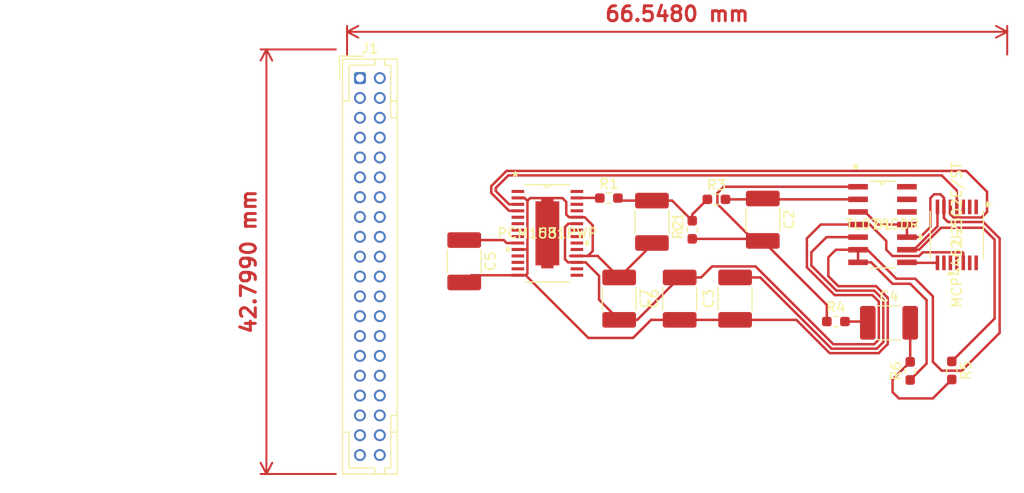
<source format=kicad_pcb>
(kicad_pcb (version 20211014) (generator pcbnew)
  (layers (0 "F.Cu" signal) (31 "B.Cu" signal) (34 "B.Paste" user) (35 "F.Paste" user) (36 "B.SilkS" user "B.Silkscreen") (37 "F.SilkS" user "F.Silkscreen") (38 "B.Mask" user) (39 "F.Mask" user) (44 "Edge.Cuts" user))
  (net 0 "")
  (net 1 "Net-(C2-Pad2)")
  (net 2 "Net-(C2-Pad1)")
  (net 3 "0")
  (net 4 "+1V5")
  (net 5 "Net-(C3-Pad2)")
  (net 6 "Net-(U1-Pad8)")
  (net 7 "Net-(R5-Pad1)")
  (net 11 "DAC")
  (net 12 "Net-(C1-Pad1)")
  (net 13 "Net-(C4-Pad1)")
  (net 14 "out")
  (net 16 "SCL")
  (net 17 "SDA")
  (net 18 "SCK")
  (net 22 "+3.3V")
  (footprint "Capacitor_SMD:C_1812_4532Metric_Pad1.57x3.40mm_HandSolder" (layer "F.Cu") (at 81.28 95.6095 90)
    (fp_text reference "C6" (at 0 -2.65 90) (layer "F.SilkS"))
    (fp_text value "100nF")
    (fp_line (start -1.161252 1.71) (end 1.161252 1.71) (layer "F.SilkS") (width 0.12))
    (fp_line (start -1.161252 -1.71) (end 1.161252 -1.71) (layer "F.SilkS") (width 0.12))
    (pad "1" smd roundrect (at -2.1375 0 90) (size 1.575 3.4) (layers "F.Cu" "F.Paste" "F.Mask") (roundrect_rratio 0.15873) (net 3 "0"))
    (pad "2" smd roundrect (at 2.1375 0 90) (size 1.575 3.4) (layers "F.Cu" "F.Paste" "F.Mask") (roundrect_rratio 0.15873) (net 4 "+1V5"))
  )
  (footprint "TL074CDR_OpAmp:TL074CDR" (layer "F.Cu") (at 101.727 88.138)
    (fp_text reference "U1" (at 0 0) (layer "F.SilkS"))
    (fp_text value "TL074CDR" (at 0 0) (layer "F.SilkS"))
    (fp_text user "*" (at -2.7178 -5.5118) (layer "F.SilkS"))
    (fp_text user "*" (at -2.7178 -5.5118) (layer "F.SilkS"))
    (fp_line (start -1.292503 4.3688) (end 1.292503 4.3688) (layer "F.SilkS") (width 0.12))
    (fp_line (start 1.292503 -4.3688) (end -1.292503 -4.3688) (layer "F.SilkS") (width 0.12))
    (fp_arc (start 0.3048 -4.3688) (mid 0 -4.064) (end -0.3048 -4.3688) (layer "F.SilkS") (width 0.12))
    (fp_poly (pts (xy 3.9624 1.0795) (xy 3.9624 1.4605) (xy 3.7084 1.4605) (xy 3.7084 1.0795)) (layer "F.SilkS") (width 0.1) (fill solid))
    (pad "1" smd rect locked (at -2.4638 -3.81) (size 1.9812 0.5588) (layers "F.Cu" "F.Paste" "F.Mask") (net 1 "Net-(C2-Pad2)"))
    (pad "2" smd rect locked (at -2.4638 -2.54) (size 1.9812 0.5588) (layers "F.Cu" "F.Paste" "F.Mask") (net 2 "Net-(C2-Pad1)"))
    (pad "3" smd rect locked (at -2.4638 -1.27) (size 1.9812 0.5588) (layers "F.Cu" "F.Paste" "F.Mask") (net 3 "0"))
    (pad "4" smd rect locked (at -2.4638 0) (size 1.9812 0.5588) (layers "F.Cu" "F.Paste" "F.Mask") (net 4 "+1V5"))
    (pad "5" smd rect locked (at -2.4638 1.27) (size 1.9812 0.5588) (layers "F.Cu" "F.Paste" "F.Mask") (net 5 "Net-(C3-Pad2)"))
    (pad "6" smd rect locked (at -2.4638 2.54) (size 1.9812 0.5588) (layers "F.Cu" "F.Paste" "F.Mask") (net 3 "0"))
    (pad "7" smd rect locked (at -2.4638 3.81) (size 1.9812 0.5588) (layers "F.Cu" "F.Paste" "F.Mask") (net 3 "0"))
    (pad "8" smd rect locked (at 2.4638 3.81) (size 1.9812 0.5588) (layers "F.Cu" "F.Paste" "F.Mask") (net 6 "Net-(U1-Pad8)"))
    (pad "9" smd rect locked (at 2.4638 2.54) (size 1.9812 0.5588) (layers "F.Cu" "F.Paste" "F.Mask") (net 7 "Net-(R5-Pad1)"))
    (pad "10" smd rect locked (at 2.4638 1.27) (size 1.9812 0.5588) (layers "F.Cu" "F.Paste" "F.Mask") (net 3 "0"))
    (pad "11" smd rect locked (at 2.4638 0) (size 1.9812 0.5588) (layers "F.Cu" "F.Paste" "F.Mask") (net 3 "0"))
    (pad "12" smd rect locked (at 2.4638 -1.27) (size 1.9812 0.5588) (layers "F.Cu" "F.Paste" "F.Mask"))
    (pad "13" smd rect locked (at 2.4638 -2.54) (size 1.9812 0.5588) (layers "F.Cu" "F.Paste" "F.Mask"))
    (pad "14" smd rect locked (at 2.4638 -3.81) (size 1.9812 0.5588) (layers "F.Cu" "F.Paste" "F.Mask"))
  )
  (footprint "Resistor_SMD:R_0603_1608Metric_Pad0.98x0.95mm_HandSolder" (layer "F.Cu") (at 97.028 97.917)
    (fp_text reference "R4" (at 0 -1.43) (layer "F.SilkS"))
    (fp_text value "47")
    (fp_line (start -0.254724 0.5225) (end 0.254724 0.5225) (layer "F.SilkS") (width 0.12))
    (fp_line (start -0.254724 -0.5225) (end 0.254724 -0.5225) (layer "F.SilkS") (width 0.12))
    (pad "1" smd roundrect (at -0.9125 0) (size 0.975 0.95) (layers "F.Cu" "F.Paste" "F.Mask") (net 1 "Net-(C2-Pad2)"))
    (pad "2" smd roundrect (at 0.9125 0) (size 0.975 0.95) (layers "F.Cu" "F.Paste" "F.Mask") (net 13 "Net-(C4-Pad1)"))
  )
  (footprint "Capacitor_SMD:C_1812_4532Metric_Pad1.57x3.40mm_HandSolder" (layer "F.Cu") (at 89.662 87.6515 -90)
    (fp_text reference "C2" (at 0 -2.65 90) (layer "F.SilkS"))
    (fp_text value "470pF")
    (fp_line (start -1.161252 1.71) (end 1.161252 1.71) (layer "F.SilkS") (width 0.12))
    (fp_line (start -1.161252 -1.71) (end 1.161252 -1.71) (layer "F.SilkS") (width 0.12))
    (pad "1" smd roundrect (at -2.1375 0 270) (size 1.575 3.4) (layers "F.Cu" "F.Paste" "F.Mask") (roundrect_rratio 0.15873) (net 2 "Net-(C2-Pad1)"))
    (pad "2" smd roundrect (at 2.1375 0 270) (size 1.575 3.4) (layers "F.Cu" "F.Paste" "F.Mask") (roundrect_rratio 0.15873) (net 1 "Net-(C2-Pad2)"))
  )
  (footprint "Resistor_SMD:R_0603_1608Metric_Pad0.98x0.95mm_HandSolder" (layer "F.Cu") (at 108.712 102.8465 -90)
    (fp_text reference "R5" (at 0 -1.43 90) (layer "F.SilkS"))
    (fp_text value "1k")
    (fp_line (start -0.254724 -0.5225) (end 0.254724 -0.5225) (layer "F.SilkS") (width 0.12))
    (fp_line (start -0.254724 0.5225) (end 0.254724 0.5225) (layer "F.SilkS") (width 0.12))
    (pad "1" smd roundrect (at -0.9125 0 270) (size 0.975 0.95) (layers "F.Cu" "F.Paste" "F.Mask") (net 7 "Net-(R5-Pad1)"))
    (pad "2" smd roundrect (at 0.9125 0 270) (size 0.975 0.95) (layers "F.Cu" "F.Paste" "F.Mask") (net 14 "out"))
  )
  (footprint "Connector_JAE:JAE_LY20-40P-DT1_2x20_P2.00mm_Vertical" (layer "F.Cu") (at 49.054 73.376)
    (fp_text reference "J1" (at 1 -3) (layer "F.SilkS"))
    (fp_text value "Conn_02x20_Counter_Clockwise")
    (fp_line (start 2.5 -1.91) (end 2.5 -1.3) (layer "F.SilkS") (width 0.12))
    (fp_line (start -2.06 -2.21) (end -2.06 0.2) (layer "F.SilkS") (width 0.12))
    (fp_line (start 2.5 39.91) (end 2.5 39.3) (layer "F.SilkS") (width 0.12))
    (fp_line (start 0.35 -2.21) (end -2.06 -2.21) (layer "F.SilkS") (width 0.12))
    (fp_line (start 3.76 35.7) (end 3.1 35.7) (layer "F.SilkS") (width 0.12))
    (fp_line (start 3.1 34) (end 3.76 34) (layer "F.SilkS") (width 0.12))
    (fp_line (start 1.5 39.91) (end 1.5 39.3) (layer "F.SilkS") (width 0.12))
    (fp_line (start 3.1 -1.3) (end 3.1 4) (layer "F.SilkS") (width 0.12))
    (fp_line (start 3.76 2.3) (end 3.1 2.3) (layer "F.SilkS") (width 0.12))
    (fp_line (start -1.1 -1.3) (end -1.1 2.3) (layer "F.SilkS") (width 0.12))
    (fp_line (start -1.1 39.3) (end -1.1 35.7) (layer "F.SilkS") (width 0.12))
    (fp_line (start 1.5 -1.3) (end -1.1 -1.3) (layer "F.SilkS") (width 0.12))
    (fp_line (start 3.1 4) (end 3.76 4) (layer "F.SilkS") (width 0.12))
    (fp_line (start -1.76 -1.91) (end -1.76 39.91) (layer "F.SilkS") (width 0.12))
    (fp_line (start 1.5 -1.91) (end 1.5 -1.3) (layer "F.SilkS") (width 0.12))
    (fp_line (start 3.76 39.91) (end 3.76 -1.91) (layer "F.SilkS") (width 0.12))
    (fp_line (start -1.1 2.3) (end -1.76 2.3) (layer "F.SilkS") (width 0.12))
    (fp_line (start 2.5 39.3) (end 3.1 39.3) (layer "F.SilkS") (width 0.12))
    (fp_line (start 1.5 39.3) (end -1.1 39.3) (layer "F.SilkS") (width 0.12))
    (fp_line (start 3.1 39.3) (end 3.1 34) (layer "F.SilkS") (width 0.12))
    (fp_line (start 2.5 -1.3) (end 3.1 -1.3) (layer "F.SilkS") (width 0.12))
    (fp_line (start -1.1 35.7) (end -1.76 35.7) (layer "F.SilkS") (width 0.12))
    (fp_line (start 3.76 -1.91) (end -1.76 -1.91) (layer "F.SilkS") (width 0.12))
    (fp_line (start -1.76 39.91) (end 3.76 39.91) (layer "F.SilkS") (width 0.12))
    (pad "a1" thru_hole roundrect (at 0 0) (size 1.2 1.2) (drill 0.8) (layers *.Cu *.Mask) (roundrect_rratio 0.208333))
    (pad "a2" thru_hole circle (at 0 2) (size 1.2 1.2) (drill 0.8) (layers *.Cu *.Mask))
    (pad "a3" thru_hole circle (at 0 4) (size 1.2 1.2) (drill 0.8) (layers *.Cu *.Mask))
    (pad "a4" thru_hole circle (at 0 6) (size 1.2 1.2) (drill 0.8) (layers *.Cu *.Mask))
    (pad "a5" thru_hole circle (at 0 8) (size 1.2 1.2) (drill 0.8) (layers *.Cu *.Mask))
    (pad "a6" thru_hole circle (at 0 10) (size 1.2 1.2) (drill 0.8) (layers *.Cu *.Mask))
    (pad "a7" thru_hole circle (at 0 12) (size 1.2 1.2) (drill 0.8) (layers *.Cu *.Mask))
    (pad "a8" thru_hole circle (at 0 14) (size 1.2 1.2) (drill 0.8) (layers *.Cu *.Mask))
    (pad "a9" thru_hole circle (at 0 16) (size 1.2 1.2) (drill 0.8) (layers *.Cu *.Mask))
    (pad "a10" thru_hole circle (at 0 18) (size 1.2 1.2) (drill 0.8) (layers *.Cu *.Mask))
    (pad "a11" thru_hole circle (at 0 20) (size 1.2 1.2) (drill 0.8) (layers *.Cu *.Mask))
    (pad "a12" thru_hole circle (at 0 22) (size 1.2 1.2) (drill 0.8) (layers *.Cu *.Mask))
    (pad "a13" thru_hole circle (at 0 24) (size 1.2 1.2) (drill 0.8) (layers *.Cu *.Mask))
    (pad "a14" thru_hole circle (at 0 26) (size 1.2 1.2) (drill 0.8) (layers *.Cu *.Mask))
    (pad "a15" thru_hole circle (at 0 28) (size 1.2 1.2) (drill 0.8) (layers *.Cu *.Mask))
    (pad "a16" thru_hole circle (at 0 30) (size 1.2 1.2) (drill 0.8) (layers *.Cu *.Mask))
    (pad "a17" thru_hole circle (at 0 32) (size 1.2 1.2) (drill 0.8) (layers *.Cu *.Mask))
    (pad "a18" thru_hole circle (at 0 34) (size 1.2 1.2) (drill 0.8) (layers *.Cu *.Mask))
    (pad "a19" thru_hole circle (at 0 36) (size 1.2 1.2) (drill 0.8) (layers *.Cu *.Mask))
    (pad "a20" thru_hole circle (at 0 38) (size 1.2 1.2) (drill 0.8) (layers *.Cu *.Mask))
    (pad "b1" thru_hole circle (at 2 0) (size 1.2 1.2) (drill 0.8) (layers *.Cu *.Mask))
    (pad "b2" thru_hole circle (at 2 2) (size 1.2 1.2) (drill 0.8) (layers *.Cu *.Mask))
    (pad "b3" thru_hole circle (at 2 4) (size 1.2 1.2) (drill 0.8) (layers *.Cu *.Mask))
    (pad "b4" thru_hole circle (at 2 6) (size 1.2 1.2) (drill 0.8) (layers *.Cu *.Mask))
    (pad "b5" thru_hole circle (at 2 8) (size 1.2 1.2) (drill 0.8) (layers *.Cu *.Mask))
    (pad "b6" thru_hole circle (at 2 10) (size 1.2 1.2) (drill 0.8) (layers *.Cu *.Mask))
    (pad "b7" thru_hole circle (at 2 12) (size 1.2 1.2) (drill 0.8) (layers *.Cu *.Mask))
    (pad "b8" thru_hole circle (at 2 14) (size 1.2 1.2) (drill 0.8) (layers *.Cu *.Mask))
    (pad "b9" thru_hole circle (at 2 16) (size 1.2 1.2) (drill 0.8) (layers *.Cu *.Mask))
    (pad "b10" thru_hole circle (at 2 18) (size 1.2 1.2) (drill 0.8) (layers *.Cu *.Mask))
    (pad "b11" thru_hole circle (at 2 20) (size 1.2 1.2) (drill 0.8) (layers *.Cu *.Mask))
    (pad "b12" thru_hole circle (at 2 22) (size 1.2 1.2) (drill 0.8) (layers *.Cu *.Mask))
    (pad "b13" thru_hole circle (at 2 24) (size 1.2 1.2) (drill 0.8) (layers *.Cu *.Mask))
    (pad "b14" thru_hole circle (at 2 26) (size 1.2 1.2) (drill 0.8) (layers *.Cu *.Mask))
    (pad "b15" thru_hole circle (at 2 28) (size 1.2 1.2) (drill 0.8) (layers *.Cu *.Mask))
    (pad "b16" thru_hole circle (at 2 30) (size 1.2 1.2) (drill 0.8) (layers *.Cu *.Mask))
    (pad "b17" thru_hole circle (at 2 32) (size 1.2 1.2) (drill 0.8) (layers *.Cu *.Mask))
    (pad "b18" thru_hole circle (at 2 34) (size 1.2 1.2) (drill 0.8) (layers *.Cu *.Mask))
    (pad "b19" thru_hole circle (at 2 36) (size 1.2 1.2) (drill 0.8) (layers *.Cu *.Mask))
    (pad "b20" thru_hole circle (at 2 38) (size 1.2 1.2) (drill 0.8) (layers *.Cu *.Mask))
  )
  (footprint "Resistor_SMD:R_0603_1608Metric_Pad0.98x0.95mm_HandSolder" (layer "F.Cu") (at 74.1445 85.471)
    (fp_text reference "R1" (at 0 -1.43) (layer "F.SilkS"))
    (fp_text value "6.2k")
    (fp_line (start -0.254724 -0.5225) (end 0.254724 -0.5225) (layer "F.SilkS") (width 0.12))
    (fp_line (start -0.254724 0.5225) (end 0.254724 0.5225) (layer "F.SilkS") (width 0.12))
    (pad "1" smd roundrect (at -0.9125 0) (size 0.975 0.95) (layers "F.Cu" "F.Paste" "F.Mask") (net 11 "DAC"))
    (pad "2" smd roundrect (at 0.9125 0) (size 0.975 0.95) (layers "F.Cu" "F.Paste" "F.Mask") (net 12 "Net-(C1-Pad1)"))
  )
  (footprint "Capacitor_SMD:C_1812_4532Metric_Pad1.57x3.40mm_HandSolder" (layer "F.Cu") (at 78.486 87.8625 -90)
    (fp_text reference "C1" (at 0 -2.65 90) (layer "F.SilkS"))
    (fp_text value "4700pF")
    (fp_line (start -1.161252 -1.71) (end 1.161252 -1.71) (layer "F.SilkS") (width 0.12))
    (fp_line (start -1.161252 1.71) (end 1.161252 1.71) (layer "F.SilkS") (width 0.12))
    (pad "1" smd roundrect (at -2.1375 0 270) (size 1.575 3.4) (layers "F.Cu" "F.Paste" "F.Mask") (roundrect_rratio 0.15873) (net 12 "Net-(C1-Pad1)"))
    (pad "2" smd roundrect (at 2.1375 0 270) (size 1.575 3.4) (layers "F.Cu" "F.Paste" "F.Mask") (roundrect_rratio 0.15873) (net 3 "0"))
  )
  (footprint "PCM1681PWP:PCM1681PWP" (layer "F.Cu") (at 67.945 89.027)
    (fp_text reference "U3" (at 0 0) (layer "F.SilkS"))
    (fp_text value "PCM1681PWP" (at 0 0) (layer "F.SilkS"))
    (fp_text user "*" (at -3.2258 -5.672874) (layer "F.SilkS"))
    (fp_text user "*" (at -3.2258 -5.672874) (layer "F.SilkS"))
    (fp_poly (pts (xy -0.575 3.23) (xy -0.575 3.48) (xy 0.575 3.48) (xy 0.575 3.23)) (layer "F.Cu") (width 0.1) (fill solid))
    (fp_poly (pts (xy -0.575 -3.23) (xy -0.575 -3.48) (xy 0.575 -3.48) (xy 0.575 -3.23)) (layer "F.Cu") (width 0.1) (fill solid))
    (fp_line (start -2.2479 4.900003) (end 2.2479 4.900003) (layer "F.SilkS") (width 0.12))
    (fp_line (start 2.2479 -4.900003) (end -2.2479 -4.900003) (layer "F.SilkS") (width 0.12))
    (fp_arc (start 0.3048 -4.900003) (mid 0 -4.595203) (end -0.3048 -4.900003) (layer "F.SilkS") (width 0.12))
    (fp_poly (pts (xy 4.1148 0.784517) (xy 4.1148 1.165517) (xy 3.8608 1.165517) (xy 3.8608 0.784517)) (layer "F.SilkS") (width 0.1) (fill solid))
    (fp_poly (pts (xy -4.1148 1.434528) (xy -4.1148 1.815528) (xy -3.8608 1.815528) (xy -3.8608 1.434528)) (layer "F.SilkS") (width 0.1) (fill solid))
    (pad "1" smd rect locked (at -2.9718 -4.225074) (size 1.27 0.3048) (layers "F.Cu" "F.Paste" "F.Mask"))
    (pad "2" smd rect locked (at -2.9718 -3.575063) (size 1.27 0.3048) (layers "F.Cu" "F.Paste" "F.Mask") (net 3 "0"))
    (pad "3" smd rect locked (at -2.9718 -2.925051) (size 1.27 0.3048) (layers "F.Cu" "F.Paste" "F.Mask") (net 16 "SCL"))
    (pad "4" smd rect locked (at -2.9718 -2.27504) (size 1.27 0.3048) (layers "F.Cu" "F.Paste" "F.Mask") (net 17 "SDA"))
    (pad "5" smd rect locked (at -2.9718 -1.625028) (size 1.27 0.3048) (layers "F.Cu" "F.Paste" "F.Mask") (net 18 "SCK"))
    (pad "6" smd rect locked (at -2.9718 -0.975017) (size 1.27 0.3048) (layers "F.Cu" "F.Paste" "F.Mask"))
    (pad "7" smd rect locked (at -2.9718 -0.325006) (size 1.27 0.3048) (layers "F.Cu" "F.Paste" "F.Mask"))
    (pad "8" smd rect locked (at -2.9718 0.325006) (size 1.27 0.3048) (layers "F.Cu" "F.Paste" "F.Mask"))
    (pad "9" smd rect locked (at -2.9718 0.975017) (size 1.27 0.3048) (layers "F.Cu" "F.Paste" "F.Mask") (net 22 "+3.3V"))
    (pad "10" smd rect locked (at -2.9718 1.625028) (size 1.27 0.3048) (layers "F.Cu" "F.Paste" "F.Mask") (net 3 "0"))
    (pad "11" smd rect locked (at -2.9718 2.27504) (size 1.27 0.3048) (layers "F.Cu" "F.Paste" "F.Mask"))
    (pad "12" smd rect locked (at -2.9718 2.925051) (size 1.27 0.3048) (layers "F.Cu" "F.Paste" "F.Mask"))
    (pad "13" smd rect locked (at -2.9718 3.575063) (size 1.27 0.3048) (layers "F.Cu" "F.Paste" "F.Mask"))
    (pad "14" smd rect locked (at -2.9718 4.225074) (size 1.27 0.3048) (layers "F.Cu" "F.Paste" "F.Mask") (net 3 "0"))
    (pad "15" smd rect locked (at 2.9718 4.225074) (size 1.27 0.3048) (layers "F.Cu" "F.Paste" "F.Mask"))
    (pad "16" smd rect locked (at 2.9718 3.575063) (size 1.27 0.3048) (layers "F.Cu" "F.Paste" "F.Mask"))
    (pad "17" smd rect locked (at 2.9718 2.925051) (size 1.27 0.3048) (layers "F.Cu" "F.Paste" "F.Mask") (net 4 "+1V5"))
    (pad "18" smd rect locked (at 2.9718 2.27504) (size 1.27 0.3048) (layers "F.Cu" "F.Paste" "F.Mask") (net 3 "0"))
    (pad "19" smd rect locked (at 2.9718 1.625028) (size 1.27 0.3048) (layers "F.Cu" "F.Paste" "F.Mask"))
    (pad "20" smd rect locked (at 2.9718 0.975017) (size 1.27 0.3048) (layers "F.Cu" "F.Paste" "F.Mask"))
    (pad "21" smd rect locked (at 2.9718 0.325006) (size 1.27 0.3048) (layers "F.Cu" "F.Paste" "F.Mask"))
    (pad "22" smd rect locked (at 2.9718 -0.325006) (size 1.27 0.3048) (layers "F.Cu" "F.Paste" "F.Mask"))
    (pad "23" smd rect locked (at 2.9718 -0.975017) (size 1.27 0.3048) (layers "F.Cu" "F.Paste" "F.Mask") (net 4 "+1V5"))
    (pad "24" smd rect locked (at 2.9718 -1.625028) (size 1.27 0.3048) (layers "F.Cu" "F.Paste" "F.Mask") (net 3 "0"))
    (pad "25" smd rect locked (at 2.9718 -2.27504) (size 1.27 0.3048) (layers "F.Cu" "F.Paste" "F.Mask"))
    (pad "26" smd rect locked (at 2.9718 -2.925051) (size 1.27 0.3048) (layers "F.Cu" "F.Paste" "F.Mask"))
    (pad "27" smd rect locked (at 2.9718 -3.575063) (size 1.27 0.3048) (layers "F.Cu" "F.Paste" "F.Mask") (net 11 "DAC"))
    (pad "28" smd rect locked (at 2.9718 -4.225074) (size 1.27 0.3048) (layers "F.Cu" "F.Paste" "F.Mask"))
    (pad "29" smd rect locked (at 0 0) (size 2.4 6.46) (layers "F.Cu" "F.Paste" "F.Mask"))
  )
  (footprint "Capacitor_SMD:C_1812_4532Metric_Pad1.57x3.40mm_HandSolder" (layer "F.Cu") (at 59.563 91.8425 -90)
    (fp_text reference "C5" (at 0 -2.65 90) (layer "F.SilkS"))
    (fp_text value "100nF")
    (fp_line (start -1.161252 -1.71) (end 1.161252 -1.71) (layer "F.SilkS") (width 0.12))
    (fp_line (start -1.161252 1.71) (end 1.161252 1.71) (layer "F.SilkS") (width 0.12))
    (pad "1" smd roundrect (at -2.1375 0 270) (size 1.575 3.4) (layers "F.Cu" "F.Paste" "F.Mask") (roundrect_rratio 0.15873) (net 22 "+3.3V"))
    (pad "2" smd roundrect (at 2.1375 0 270) (size 1.575 3.4) (layers "F.Cu" "F.Paste" "F.Mask") (roundrect_rratio 0.15873) (net 3 "0"))
  )
  (footprint "Capacitor_SMD:C_1812_4532Metric_Pad1.57x3.40mm_HandSolder" (layer "F.Cu") (at 102.3835 98.044)
    (fp_text reference "C4" (at 0 -2.65) (layer "F.SilkS"))
    (fp_text value "10uF")
    (fp_line (start -1.161252 1.71) (end 1.161252 1.71) (layer "F.SilkS") (width 0.12))
    (fp_line (start -1.161252 -1.71) (end 1.161252 -1.71) (layer "F.SilkS") (width 0.12))
    (pad "1" smd roundrect (at -2.1375 0) (size 1.575 3.4) (layers "F.Cu" "F.Paste" "F.Mask") (roundrect_rratio 0.15873) (net 13 "Net-(C4-Pad1)"))
    (pad "2" smd roundrect (at 2.1375 0) (size 1.575 3.4) (layers "F.Cu" "F.Paste" "F.Mask") (roundrect_rratio 0.15873) (net 14 "out"))
  )
  (footprint "Capacitor_SMD:C_1812_4532Metric_Pad1.57x3.40mm_HandSolder" (layer "F.Cu") (at 86.868 95.6095 90)
    (fp_text reference "C3" (at 0 -2.65 90) (layer "F.SilkS"))
    (fp_text value "10u")
    (fp_line (start -1.161252 1.71) (end 1.161252 1.71) (layer "F.SilkS") (width 0.12))
    (fp_line (start -1.161252 -1.71) (end 1.161252 -1.71) (layer "F.SilkS") (width 0.12))
    (pad "1" smd roundrect (at -2.1375 0 90) (size 1.575 3.4) (layers "F.Cu" "F.Paste" "F.Mask") (roundrect_rratio 0.15873) (net 3 "0"))
    (pad "2" smd roundrect (at 2.1375 0 90) (size 1.575 3.4) (layers "F.Cu" "F.Paste" "F.Mask") (roundrect_rratio 0.15873) (net 5 "Net-(C3-Pad2)"))
  )
  (footprint "Capacitor_SMD:C_1812_4532Metric_Pad1.57x3.40mm_HandSolder" (layer "F.Cu") (at 75.184 95.6095 -90)
    (fp_text reference "C7" (at 0 -2.65 90) (layer "F.SilkS"))
    (fp_text value "100nF")
    (fp_line (start -1.161252 -1.71) (end 1.161252 -1.71) (layer "F.SilkS") (width 0.12))
    (fp_line (start -1.161252 1.71) (end 1.161252 1.71) (layer "F.SilkS") (width 0.12))
    (pad "1" smd roundrect (at -2.1375 0 270) (size 1.575 3.4) (layers "F.Cu" "F.Paste" "F.Mask") (roundrect_rratio 0.15873) (net 3 "0"))
    (pad "2" smd roundrect (at 2.1375 0 270) (size 1.575 3.4) (layers "F.Cu" "F.Paste" "F.Mask") (roundrect_rratio 0.15873) (net 4 "+1V5"))
  )
  (footprint "Resistor_SMD:R_0603_1608Metric_Pad0.98x0.95mm_HandSolder" (layer "F.Cu") (at 84.9865 85.598)
    (fp_text reference "R3" (at 0 -1.43) (layer "F.SilkS"))
    (fp_text value "430")
    (fp_line (start -0.254724 -0.5225) (end 0.254724 -0.5225) (layer "F.SilkS") (width 0.12))
    (fp_line (start -0.254724 0.5225) (end 0.254724 0.5225) (layer "F.SilkS") (width 0.12))
    (pad "1" smd roundrect (at -0.9125 0) (size 0.975 0.95) (layers "F.Cu" "F.Paste" "F.Mask") (net 12 "Net-(C1-Pad1)"))
    (pad "2" smd roundrect (at 0.9125 0) (size 0.975 0.95) (layers "F.Cu" "F.Paste" "F.Mask") (net 2 "Net-(C2-Pad1)"))
  )
  (footprint "DPOT:MCP4462-502E&slash_ST" (layer "F.Cu") (at 109.22 89.1794 -90)
    (fp_text reference "U2" (at 0 0 90) (layer "F.SilkS"))
    (fp_text value "MCP4462-502E/ST" (at 0 0 90) (layer "F.SilkS"))
    (fp_text user "*" (at -3.0734 -3.4486 90) (layer "F.SilkS"))
    (fp_text user "*" (at -3.0734 -3.4486 90) (layer "F.SilkS"))
    (fp_line (start -2.3749 2.6797) (end 2.3749 2.6797) (layer "F.SilkS") (width 0.12))
    (fp_line (start 2.3749 -2.6797) (end -2.3749 -2.6797) (layer "F.SilkS") (width 0.12))
    (fp_poly (pts (xy 4.064 0.459499) (xy 4.064 0.840499) (xy 3.81 0.840499) (xy 3.81 0.459499)) (layer "F.SilkS") (width 0.1) (fill solid))
    (pad "1" smd rect locked (at -2.8194 -1.950001 270) (size 1.4732 0.3556) (layers "F.Cu" "F.Paste" "F.Mask"))
    (pad "2" smd rect locked (at -2.8194 -1.3 270) (size 1.4732 0.3556) (layers "F.Cu" "F.Paste" "F.Mask"))
    (pad "3" smd rect locked (at -2.8194 -0.649999 270) (size 1.4732 0.3556) (layers "F.Cu" "F.Paste" "F.Mask"))
    (pad "4" smd rect locked (at -2.8194 0 270) (size 1.4732 0.3556) (layers "F.Cu" "F.Paste" "F.Mask") (net 16 "SCL"))
    (pad "5" smd rect locked (at -2.8194 0.649999 270) (size 1.4732 0.3556) (layers "F.Cu" "F.Paste" "F.Mask") (net 17 "SDA"))
    (pad "6" smd rect locked (at -2.8194 1.3 270) (size 1.4732 0.3556) (layers "F.Cu" "F.Paste" "F.Mask") (net 3 "0"))
    (pad "7" smd rect locked (at -2.8194 1.949999 270) (size 1.4732 0.3556) (layers "F.Cu" "F.Paste" "F.Mask") (net 7 "Net-(R5-Pad1)"))
    (pad "8" smd rect locked (at 2.8194 1.950001 270) (size 1.4732 0.3556) (layers "F.Cu" "F.Paste" "F.Mask") (net 6 "Net-(U1-Pad8)"))
    (pad "9" smd rect locked (at 2.8194 1.3 270) (size 1.4732 0.3556) (layers "F.Cu" "F.Paste" "F.Mask"))
    (pad "10" smd rect locked (at 2.8194 0.650001 270) (size 1.4732 0.3556) (layers "F.Cu" "F.Paste" "F.Mask"))
    (pad "11" smd rect locked (at 2.8194 0 270) (size 1.4732 0.3556) (layers "F.Cu" "F.Paste" "F.Mask"))
    (pad "12" smd rect locked (at 2.8194 -0.649999 270) (size 1.4732 0.3556) (layers "F.Cu" "F.Paste" "F.Mask") (net 4 "+1V5"))
    (pad "13" smd rect locked (at 2.8194 -1.3 270) (size 1.4732 0.3556) (layers "F.Cu" "F.Paste" "F.Mask"))
    (pad "14" smd rect locked (at 2.8194 -1.949999 270) (size 1.4732 0.3556) (layers "F.Cu" "F.Paste" "F.Mask"))
  )
  (footprint "Resistor_SMD:R_0603_1608Metric_Pad0.98x0.95mm_HandSolder" (layer "F.Cu") (at 82.55 88.6695 90)
    (fp_text reference "R2" (at 0 -1.43 90) (layer "F.SilkS"))
    (fp_text value "6.8k")
    (fp_line (start -0.254724 -0.5225) (end 0.254724 -0.5225) (layer "F.SilkS") (width 0.12))
    (fp_line (start -0.254724 0.5225) (end 0.254724 0.5225) (layer "F.SilkS") (width 0.12))
    (pad "1" smd roundrect (at -0.9125 0 90) (size 0.975 0.95) (layers "F.Cu" "F.Paste" "F.Mask") (net 1 "Net-(C2-Pad2)"))
    (pad "2" smd roundrect (at 0.9125 0 90) (size 0.975 0.95) (layers "F.Cu" "F.Paste" "F.Mask") (net 12 "Net-(C1-Pad1)"))
  )
  (footprint "Resistor_SMD:R_0603_1608Metric_Pad0.98x0.95mm_HandSolder" (layer "F.Cu") (at 104.521 102.8935 90)
    (fp_text reference "R6" (at 0 -1.43 90) (layer "F.SilkS"))
    (fp_text value "10k")
    (fp_line (start -0.254724 -0.5225) (end 0.254724 -0.5225) (layer "F.SilkS") (width 0.12))
    (fp_line (start -0.254724 0.5225) (end 0.254724 0.5225) (layer "F.SilkS") (width 0.12))
    (pad "1" smd roundrect (at -0.9125 0 90) (size 0.975 0.95) (layers "F.Cu" "F.Paste" "F.Mask") (net 3 "0"))
    (pad "2" smd roundrect (at 0.9125 0 90) (size 0.975 0.95) (layers "F.Cu" "F.Paste" "F.Mask") (net 14 "out"))
  )
  (dimension (type aligned) (layer "F.Cu") (pts (xy 47.117 70.485) (xy 47.117 113.284)) (height 7.492999) (gr_text "42.7990 mm" (at 37.824001 91.8845 90) (layer "F.Cu") (effects (font (size 1.5 1.5) (thickness 0.3)))) (format (units 3) (units_format 1) (precision 4)) (style (thickness 0.2) (arrow_length 1.27) (text_position_mode 0) (extension_height 0.58642) (extension_offset 0.5) keep_text_aligned))
  (dimension (type aligned) (layer "F.Cu") (pts (xy 47.752 71.501) (xy 114.3 71.501)) (height -2.794) (gr_text "66.5480 mm" (at 81.026 66.907) (layer "F.Cu") (effects (font (size 1.5 1.5) (thickness 0.3)))) (format (units 3) (units_format 1) (precision 4)) (style (thickness 0.2) (arrow_length 1.27) (text_position_mode 0) (extension_height 0.58642) (extension_offset 0.5) keep_text_aligned))
  (segment (start 89.662 89.789) (end 96.1155 96.2425) (width 0.25) (layer "F.Cu") (net 1))
  (segment (start 85.0865 86.068495) (end 85.0865 84.9665) (width 0.25) (layer "F.Cu") (net 1))
  (segment (start 85.0865 84.9665) (end 85.725 84.328) (width 0.25) (layer "F.Cu") (net 1))
  (segment (start 89.455 89.582) (end 89.662 89.789) (width 0.25) (layer "F.Cu") (net 1))
  (segment (start 88.807005 89.789) (end 85.0865 86.068495) (width 0.25) (layer "F.Cu") (net 1))
  (segment (start 85.725 84.328) (end 99.2632 84.328) (width 0.25) (layer "F.Cu") (net 1))
  (segment (start 89.662 89.789) (end 88.807005 89.789) (width 0.25) (layer "F.Cu") (net 1))
  (segment (start 96.1155 96.2425) (end 96.1155 97.917) (width 0.25) (layer "F.Cu") (net 1))
  (segment (start 82.55 89.582) (end 89.455 89.582) (width 0.25) (layer "F.Cu") (net 1))
  (segment (start 89.578 85.598) (end 89.662 85.514) (width 0.25) (layer "F.Cu") (net 2))
  (segment (start 85.899 85.598) (end 89.578 85.598) (width 0.25) (layer "F.Cu") (net 2))
  (segment (start 89.662 85.514) (end 89.746 85.598) (width 0.25) (layer "F.Cu") (net 2))
  (segment (start 89.746 85.598) (end 99.2632 85.598) (width 0.25) (layer "F.Cu") (net 2))
  (segment (start 72.076515 99.568) (end 65.760589 93.252074) (width 0.25) (layer "F.Cu") (net 3))
  (segment (start 109.728 102.87) (end 113.538 99.06) (width 0.25) (layer "F.Cu") (net 3))
  (segment (start 65.639937 85.451937) (end 64.9732 85.451937) (width 0.25) (layer "F.Cu") (net 3))
  (segment (start 69.85 85.852) (end 69.85 87.12256) (width 0.25) (layer "F.Cu") (net 3))
  (segment (start 101.336396 101.103) (end 102.2585 100.180896) (width 0.25) (layer "F.Cu") (net 3))
  (segment (start 69.47 85.472) (end 69.85 85.852) (width 0.25) (layer "F.Cu") (net 3))
  (segment (start 70.9168 91.30204) (end 71.99804 91.30204) (width 0.25) (layer "F.Cu") (net 3))
  (segment (start 113.538 89.533604) (end 111.888396 87.884) (width 0.25) (layer "F.Cu") (net 3))
  (segment (start 96.267396 91.438604) (end 97.028 90.678) (width 0.25) (layer "F.Cu") (net 3))
  (segment (start 100.584 91.948) (end 99.2632 91.948) (width 0.25) (layer "F.Cu") (net 3))
  (segment (start 106.553 88.390604) (end 105.535604 89.408) (width 0.25) (layer "F.Cu") (net 3))
  (segment (start 104.521 103.806) (end 106.172 102.155) (width 0.25) (layer "F.Cu") (net 3))
  (segment (start 104.521 94.107) (end 102.743 94.107) (width 0.25) (layer "F.Cu") (net 3))
  (segment (start 76.581 99.568) (end 72.076515 99.568) (width 0.25) (layer "F.Cu") (net 3))
  (segment (start 71.99804 91.30204) (end 72.01996 91.30204) (width 0.25) (layer "F.Cu") (net 3))
  (segment (start 93.045208 97.747) (end 96.401208 101.103) (width 0.25) (layer "F.Cu") (net 3))
  (segment (start 70.129412 87.401972) (end 70.9168 87.401972) (width 0.25) (layer "F.Cu") (net 3))
  (segment (start 106.807 101.981) (end 107.696 102.87) (width 0.25) (layer "F.Cu") (net 3))
  (segment (start 97.273792 94.35) (end 96.267396 93.343604) (width 0.25) (layer "F.Cu") (net 3))
  (segment (start 107.569 85.09) (end 106.934 85.09) (width 0.25) (layer "F.Cu") (net 3))
  (segment (start 105.029 93.599) (end 106.807 95.377) (width 0.25) (layer "F.Cu") (net 3))
  (segment (start 75.184 93.472) (end 78.486 90.17) (width 0.25) (layer "F.Cu") (net 3))
  (segment (start 106.172 102.155) (end 106.172 95.758) (width 0.25) (layer "F.Cu") (net 3))
  (segment (start 69.85 87.12256) (end 70.129412 87.401972) (width 0.25) (layer "F.Cu") (net 3))
  (segment (start 96.401208 101.103) (end 101.336396 101.103) (width 0.25) (layer "F.Cu") (net 3))
  (segment (start 106.807 95.377) (end 106.807 101.981) (width 0.25) (layer "F.Cu") (net 3))
  (segment (start 78.486 90.17) (end 78.486 90) (width 0.25) (layer "F.Cu") (net 3))
  (segment (start 99.2632 91.948) (end 99.2632 90.678) (width 0.25) (layer "F.Cu") (net 3))
  (segment (start 72.517 90.805) (end 72.517 88.214783) (width 0.25) (layer "F.Cu") (net 3))
  (segment (start 99.2632 90.678) (end 100.203 90.678) (width 0.25) (layer "F.Cu") (net 3))
  (segment (start 101.2444 88.138) (end 104.1908 88.138) (width 0.25) (layer "F.Cu") (net 3))
  (segment (start 70.24196 91.30204) (end 70.9168 91.30204) (width 0.25) (layer "F.Cu") (net 3))
  (segment (start 103.124 93.599) (end 105.029 93.599) (width 0.25) (layer "F.Cu") (net 3))
  (segment (start 65.9332 90.6578) (end 65.9332 85.7452) (width 0.25) (layer "F.Cu") (net 3))
  (segment (start 106.172 95.758) (end 104.521 94.107) (width 0.25) (layer "F.Cu") (net 3))
  (segment (start 101.083792 94.35) (end 97.273792 94.35) (width 0.25) (layer "F.Cu") (net 3))
  (segment (start 65.9332 85.7452) (end 66.2064 85.472) (width 0.25) (layer "F.Cu") (net 3))
  (segment (start 99.9744 86.868) (end 101.2444 88.138) (width 0.25) (layer "F.Cu") (net 3))
  (segment (start 65.9332 93.079463) (end 65.9332 90.6578) (width 0.25) (layer "F.Cu") (net 3))
  (segment (start 106.934 85.09) (end 106.553 85.471) (width 0.25) (layer "F.Cu") (net 3))
  (segment (start 86.868 97.747) (end 93.045208 97.747) (width 0.25) (layer "F.Cu") (net 3))
  (segment (start 64.9732 90.652028) (end 65.927428 90.652028) (width 0.25) (layer "F.Cu") (net 3))
  (segment (start 66.2064 85.472) (end 69.47 85.472) (width 0.25) (layer "F.Cu") (net 3))
  (segment (start 72.01996 91.30204) (end 72.517 90.805) (width 0.25) (layer "F.Cu") (net 3))
  (segment (start 78.402 97.747) (end 76.581 99.568) (width 0.25) (layer "F.Cu") (net 3))
  (segment (start 60.290926 93.252074) (end 64.9732 93.252074) (width 0.25) (layer "F.Cu") (net 3))
  (segment (start 107.92 87.473) (end 107.92 86.36) (width 0.25) (layer "F.Cu") (net 3))
  (segment (start 107.696 102.87) (end 109.728 102.87) (width 0.25) (layer "F.Cu") (net 3))
  (segment (start 105.535604 89.408) (end 104.1908 89.408) (width 0.25) (layer "F.Cu") (net 3))
  (segment (start 106.553 85.471) (end 106.553 88.390604) (width 0.25) (layer "F.Cu") (net 3))
  (segment (start 71.704189 87.401972) (end 70.9168 87.401972) (width 0.25) (layer "F.Cu") (net 3))
  (segment (start 99.2632 86.868) (end 99.9744 86.868) (width 0.25) (layer "F.Cu") (net 3))
  (segment (start 108.331 87.884) (end 107.92 87.473) (width 0.25) (layer "F.Cu") (net 3))
  (segment (start 65.9332 85.7452) (end 65.639937 85.451937) (width 0.25) (layer "F.Cu") (net 3))
  (segment (start 111.888396 87.884) (end 108.331 87.884) (width 0.25) (layer "F.Cu") (net 3))
  (segment (start 71.99804 91.30204) (end 73.01404 91.30204) (width 0.25) (layer "F.Cu") (net 3))
  (segment (start 65.927428 90.652028) (end 65.9332 90.6578) (width 0.25) (layer "F.Cu") (net 3))
  (segment (start 59.563 93.98) (end 60.290926 93.252074) (width 0.25) (layer "F.Cu") (net 3))
  (segment (start 102.743 94.107) (end 100.584 91.948) (width 0.25) (layer "F.Cu") (net 3))
  (segment (start 96.267396 93.343604) (end 96.267396 91.438604) (width 0.25) (layer "F.Cu") (net 3))
  (segment (start 102.2585 95.524708) (end 101.083792 94.35) (width 0.25) (layer "F.Cu") (net 3))
  (segment (start 65.760589 93.252074) (end 65.9332 93.079463) (width 0.25) (layer "F.Cu") (net 3))
  (segment (start 102.2585 100.180896) (end 102.2585 95.524708) (width 0.25) (layer "F.Cu") (net 3))
  (segment (start 97.028 90.678) (end 99.2632 90.678) (width 0.25) (layer "F.Cu") (net 3))
  (segment (start 107.92 85.441) (end 107.569 85.09) (width 0.25) (layer "F.Cu") (net 3))
  (segment (start 86.868 97.747) (end 81.28 97.747) (width 0.25) (layer "F.Cu") (net 3))
  (segment (start 64.9732 93.252074) (end 65.760589 93.252074) (width 0.25) (layer "F.Cu") (net 3))
  (segment (start 104.1908 88.138) (end 104.1908 89.408) (width 0.25) (layer "F.Cu") (net 3))
  (segment (start 73.01404 91.30204) (end 75.184 93.472) (width 0.25) (layer "F.Cu") (net 3))
  (segment (start 113.538 99.06) (end 113.538 89.533604) (width 0.25) (layer "F.Cu") (net 3))
  (segment (start 72.517 88.214783) (end 71.704189 87.401972) (width 0.25) (layer "F.Cu") (net 3))
  (segment (start 107.92 86.36) (end 107.92 85.441) (width 0.25) (layer "F.Cu") (net 3))
  (segment (start 100.203 90.678) (end 103.124 93.599) (width 0.25) (layer "F.Cu") (net 3))
  (segment (start 81.28 97.747) (end 78.402 97.747) (width 0.25) (layer "F.Cu") (net 3))
  (segment (start 96.901 95.25) (end 94.107 92.456) (width 0.25) (layer "F.Cu") (net 4))
  (segment (start 70.063017 88.051983) (end 70.9168 88.051983) (width 0.25) (layer "F.Cu") (net 4))
  (segment (start 102.108 89.789) (end 100.457 88.138) (width 0.25) (layer "F.Cu") (net 4))
  (segment (start 95.504 88.138) (end 99.2632 88.138) (width 0.25) (layer "F.Cu") (net 4))
  (segment (start 100.457 88.138) (end 99.2632 88.138) (width 0.25) (layer "F.Cu") (net 4))
  (segment (start 102.743 91.313) (end 102.108 90.678) (width 0.25) (layer "F.Cu") (net 4))
  (segment (start 84.5515 92.3595) (end 88.9305 92.3595) (width 0.25) (layer "F.Cu") (net 4))
  (segment (start 105.411396 91.313) (end 102.743 91.313) (width 0.25) (layer "F.Cu") (net 4))
  (segment (start 96.774 100.203) (end 96.901 100.203) (width 0.25) (layer "F.Cu") (net 4))
  (segment (start 70.0318 91.952051) (end 69.723 91.643251) (width 0.25) (layer "F.Cu") (net 4))
  (segment (start 101.3585 99.732173) (end 101.3585 95.8975) (width 0.25) (layer "F.Cu") (net 4))
  (segment (start 83.439 93.472) (end 84.5515 92.3595) (width 0.25) (layer "F.Cu") (net 4))
  (segment (start 94.107 89.535) (end 95.504 88.138) (width 0.25) (layer "F.Cu") (net 4))
  (segment (start 73.159 95.722) (end 75.184 97.747) (width 0.25) (layer "F.Cu") (net 4))
  (segment (start 100.711 95.25) (end 96.901 95.25) (width 0.25) (layer "F.Cu") (net 4))
  (segment (start 73.159 93.309251) (end 73.159 95.722) (width 0.25) (layer "F.Cu") (net 4))
  (segment (start 102.108 90.678) (end 102.108 89.789) (width 0.25) (layer "F.Cu") (net 4))
  (segment (start 70.9168 91.952051) (end 70.0318 91.952051) (width 0.25) (layer "F.Cu") (net 4))
  (segment (start 109.869999 91.9988) (end 109.869999 91.0122) (width 0.25) (layer "F.Cu") (net 4))
  (segment (start 77.005 97.747) (end 81.28 93.472) (width 0.25) (layer "F.Cu") (net 4))
  (segment (start 100.887673 100.203) (end 101.3585 99.732173) (width 0.25) (layer "F.Cu") (net 4))
  (segment (start 109.794999 90.9372) (end 105.787196 90.9372) (width 0.25) (layer "F.Cu") (net 4))
  (segment (start 75.184 97.747) (end 77.005 97.747) (width 0.25) (layer "F.Cu") (net 4))
  (segment (start 109.869999 91.0122) (end 109.794999 90.9372) (width 0.25) (layer "F.Cu") (net 4))
  (segment (start 88.9305 92.3595) (end 96.774 100.203) (width 0.25) (layer "F.Cu") (net 4))
  (segment (start 70.9168 91.952051) (end 71.8018 91.952051) (width 0.25) (layer "F.Cu") (net 4))
  (segment (start 94.107 92.456) (end 94.107 89.535) (width 0.25) (layer "F.Cu") (net 4))
  (segment (start 105.787196 90.9372) (end 105.411396 91.313) (width 0.25) (layer "F.Cu") (net 4))
  (segment (start 69.723 91.643251) (end 69.723 88.392) (width 0.25) (layer "F.Cu") (net 4))
  (segment (start 71.8018 91.952051) (end 73.159 93.309251) (width 0.25) (layer "F.Cu") (net 4))
  (segment (start 101.3585 95.8975) (end 100.711 95.25) (width 0.25) (layer "F.Cu") (net 4))
  (segment (start 81.28 92.794) (end 81.28 93.472) (width 0.25) (layer "F.Cu") (net 4))
  (segment (start 69.723 88.392) (end 70.063017 88.051983) (width 0.25) (layer "F.Cu") (net 4))
  (segment (start 81.28 93.472) (end 83.439 93.472) (width 0.25) (layer "F.Cu") (net 4))
  (segment (start 96.901 100.203) (end 100.887673 100.203) (width 0.25) (layer "F.Cu") (net 4))
  (segment (start 101.15 100.653) (end 101.8085 99.9945) (width 0.25) (layer "F.Cu") (net 5))
  (segment (start 86.868 93.472) (end 89.406604 93.472) (width 0.25) (layer "F.Cu") (net 5))
  (segment (start 89.406604 93.472) (end 96.587604 100.653) (width 0.25) (layer "F.Cu") (net 5))
  (segment (start 97.087396 94.8) (end 94.557 92.269604) (width 0.25) (layer "F.Cu") (net 5))
  (segment (start 94.557 92.269604) (end 94.557 90.932) (width 0.25) (layer "F.Cu") (net 5))
  (segment (start 100.897396 94.8) (end 97.087396 94.8) (width 0.25) (layer "F.Cu") (net 5))
  (segment (start 96.587604 100.653) (end 101.15 100.653) (width 0.25) (layer "F.Cu") (net 5))
  (segment (start 101.8085 95.711104) (end 100.897396 94.8) (width 0.25) (layer "F.Cu") (net 5))
  (segment (start 101.8085 99.9945) (end 101.8085 95.711104) (width 0.25) (layer "F.Cu") (net 5))
  (segment (start 96.081 89.408) (end 99.2632 89.408) (width 0.25) (layer "F.Cu") (net 5))
  (segment (start 94.557 90.932) (end 96.081 89.408) (width 0.25) (layer "F.Cu") (net 5))
  (segment (start 107.269999 91.9988) (end 104.2416 91.9988) (width 0.25) (layer "F.Cu") (net 6))
  (segment (start 104.2416 91.9988) (end 104.1908 91.948) (width 0.25) (layer "F.Cu") (net 6))
  (segment (start 104.902 90.678) (end 104.1908 90.678) (width 0.25) (layer "F.Cu") (net 7))
  (segment (start 111.829 88.461) (end 113.03 89.662) (width 0.25) (layer "F.Cu") (net 7))
  (segment (start 104.1908 90.678) (end 105.41 90.678) (width 0.25) (layer "F.Cu") (net 7))
  (segment (start 105.41 90.678) (end 107.627 88.461) (width 0.25) (layer "F.Cu") (net 7))
  (segment (start 107.627 88.461) (end 111.829 88.461) (width 0.25) (layer "F.Cu") (net 7))
  (segment (start 107.270001 88.309999) (end 104.902 90.678) (width 0.25) (layer "F.Cu") (net 7))
  (segment (start 107.270001 86.36) (end 107.270001 88.309999) (width 0.25) (layer "F.Cu") (net 7))
  (segment (start 113.03 97.616) (end 108.712 101.934) (width 0.25) (layer "F.Cu") (net 7))
  (segment (start 113.03 89.662) (end 113.03 97.616) (width 0.25) (layer "F.Cu") (net 7))
  (segment (start 70.9168 85.451937) (end 73.212937 85.451937) (width 0.25) (layer "F.Cu") (net 11))
  (segment (start 73.212937 85.451937) (end 73.232 85.471) (width 0.25) (layer "F.Cu") (net 11))
  (segment (start 75.057 85.471) (end 75.311 85.725) (width 0.25) (layer "F.Cu") (net 12))
  (segment (start 82.55 87.122) (end 84.074 85.598) (width 0.25) (layer "F.Cu") (net 12))
  (segment (start 82.55 87.757) (end 82.55 87.122) (width 0.25) (layer "F.Cu") (net 12))
  (segment (start 75.311 85.725) (end 78.486 85.725) (width 0.25) (layer "F.Cu") (net 12))
  (segment (start 78.486 85.725) (end 80.518 85.725) (width 0.25) (layer "F.Cu") (net 12))
  (segment (start 80.518 85.725) (end 82.55 87.757) (width 0.25) (layer "F.Cu") (net 12))
  (segment (start 100.119 97.917) (end 100.246 98.044) (width 0.25) (layer "F.Cu") (net 13))
  (segment (start 97.9405 97.917) (end 100.119 97.917) (width 0.25) (layer "F.Cu") (net 13))
  (segment (start 106.807 105.664) (end 108.712 103.759) (width 0.25) (layer "F.Cu") (net 14))
  (segment (start 104.521 101.981) (end 102.743 103.759) (width 0.25) (layer "F.Cu") (net 14))
  (segment (start 104.521 101.981) (end 104.521 98.044) (width 0.25) (layer "F.Cu") (net 14))
  (segment (start 103.378 105.664) (end 106.807 105.664) (width 0.25) (layer "F.Cu") (net 14))
  (segment (start 102.743 103.759) (end 102.743 105.029) (width 0.25) (layer "F.Cu") (net 14))
  (segment (start 102.743 105.029) (end 103.378 105.664) (width 0.25) (layer "F.Cu") (net 14))
  (segment (start 64.9732 86.101949) (end 64.0882 86.101949) (width 0.25) (layer "F.Cu") (net 16))
  (segment (start 64.008 83.185) (end 107.696 83.185) (width 0.25) (layer "F.Cu") (net 16))
  (segment (start 64.0882 86.101949) (end 62.738 84.751749) (width 0.25) (layer "F.Cu") (net 16))
  (segment (start 62.738 84.751749) (end 62.738 84.455) (width 0.25) (layer "F.Cu") (net 16))
  (segment (start 107.696 83.185) (end 109.22 84.709) (width 0.25) (layer "F.Cu") (net 16))
  (segment (start 62.738 84.455) (end 64.008 83.185) (width 0.25) (layer "F.Cu") (net 16))
  (segment (start 109.22 84.709) (end 109.22 86.36) (width 0.25) (layer "F.Cu") (net 16))
  (segment (start 112.268 84.836) (end 112.268 86.868) (width 0.25) (layer "F.Cu") (net 17))
  (segment (start 108.570001 87.107001) (end 108.570001 86.36) (width 0.25) (layer "F.Cu") (net 17))
  (segment (start 63.821604 82.735) (end 110.167 82.735) (width 0.25) (layer "F.Cu") (net 17))
  (segment (start 108.8846 87.4216) (end 108.570001 87.107001) (width 0.25) (layer "F.Cu") (net 17))
  (segment (start 62.288 84.268604) (end 63.821604 82.735) (width 0.25) (layer "F.Cu") (net 17))
  (segment (start 64.0882 86.75196) (end 62.288 84.95176) (width 0.25) (layer "F.Cu") (net 17))
  (segment (start 111.7144 87.4216) (end 108.8846 87.4216) (width 0.25) (layer "F.Cu") (net 17))
  (segment (start 110.167 82.735) (end 112.268 84.836) (width 0.25) (layer "F.Cu") (net 17))
  (segment (start 112.268 86.868) (end 111.7144 87.4216) (width 0.25) (layer "F.Cu") (net 17))
  (segment (start 64.9732 86.75196) (end 64.0882 86.75196) (width 0.25) (layer "F.Cu") (net 17))
  (segment (start 62.288 84.95176) (end 62.288 84.268604) (width 0.25) (layer "F.Cu") (net 17))
  (segment (start 63.543 89.705) (end 63.840017 90.002017) (width 0.25) (layer "F.Cu") (net 22))
  (segment (start 63.840017 90.002017) (end 64.9732 90.002017) (width 0.25) (layer "F.Cu") (net 22))
  (segment (start 59.563 89.705) (end 63.543 89.705) (width 0.25) (layer "F.Cu") (net 22))
)
</source>
